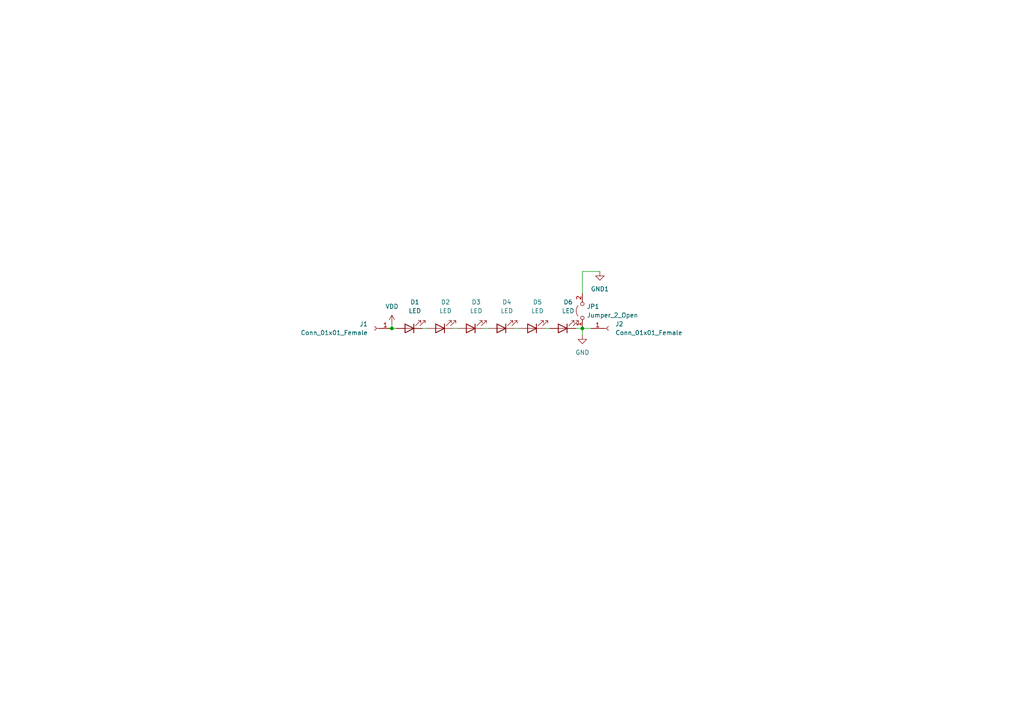
<source format=kicad_sch>
(kicad_sch (version 20211123) (generator eeschema)
  (paper "A4")
  (lib_symbols
    (symbol "Connector:Conn_01x01_Female" (pin_names (offset 1.016) hide)
      (property "Reference" "J" (at 0 2.54 0))
      (property "Value" "Conn_01x01_Female" (at 0 -2.54 0))
      (symbol "Conn_01x01_Female_1_1"
        (polyline (pts (xy -1.27 0) (xy -0.508 0)) (stroke (width 0.1524)))
        (arc (start 0 0.508) (mid -0.508 0) (end 0 -0.508) (stroke (width 0.1524)))
        (pin passive line (at -5.08 0 0) (length 3.81) (name "Pin_1") (number "1"))
      )
    )
    (symbol "Device:LED" (pin_numbers hide) (pin_names (offset 1.016) hide)
      (property "Reference" "D" (at 0 2.54 0))
      (property "Value" "LED" (at 0 -2.54 0))
      (symbol "LED_0_1"
        (polyline (pts (xy -1.27 -1.27) (xy -1.27 1.27)) (stroke (width 0.254)))
        (polyline (pts (xy -1.27 0) (xy 1.27 0)))
        (polyline (pts (xy 1.27 -1.27) (xy 1.27 1.27) (xy -1.27 0) (xy 1.27 -1.27)) (stroke (width 0.254)))
        (polyline (pts (xy -3.048 -0.762) (xy -4.572 -2.286) (xy -3.81 -2.286) (xy -4.572 -2.286) (xy -4.572 -1.524)))
        (polyline (pts (xy -1.778 -0.762) (xy -3.302 -2.286) (xy -2.54 -2.286) (xy -3.302 -2.286) (xy -3.302 -1.524)))
      )
      (symbol "LED_1_1"
        (pin passive line (at -3.81 0 0) (length 2.54) (name "K") (number "1"))
        (pin passive line (at 3.81 0 180) (length 2.54) (name "A") (number "2"))
      )
    )
    (symbol "Jumper:Jumper_2_Open" (pin_names (offset 0) hide)
      (property "Reference" "JP" (at 0 2.794 0))
      (property "Value" "Jumper_2_Open" (at 0 -2.286 0))
      (symbol "Jumper_2_Open_0_0"
        (circle (center -2.032 0) (radius 0.508))
        (circle (center 2.032 0) (radius 0.508))
      )
      (symbol "Jumper_2_Open_0_1"
        (arc (start 1.524 1.27) (mid 0 1.778) (end -1.524 1.27))
      )
      (symbol "Jumper_2_Open_1_1"
        (pin passive line (at -5.08 0 0) (length 2.54) (name "A") (number "1"))
        (pin passive line (at 5.08 0 180) (length 2.54) (name "B") (number "2"))
      )
    )
    (symbol "power:GND" (power) (pin_names (offset 0))
      (property "Value" "GND" (at 0 -3.81 0))
      (symbol "GND_0_1"
        (polyline (pts (xy 0 0) (xy 0 -1.27) (xy 1.27 -1.27) (xy 0 -2.54) (xy -1.27 -1.27) (xy 0 -1.27)))
      )
      (symbol "GND_1_1"
        (pin power_in line (at 0 0 270) (length 0) hide (name "GND") (number "1"))
      )
    )
    (symbol "power:GND1" (power) (pin_names (offset 0))
      (property "Value" "GND1" (at 0 -3.81 0))
      (symbol "GND1_0_1"
        (polyline (pts (xy 0 0) (xy 0 -1.27) (xy 1.27 -1.27) (xy 0 -2.54) (xy -1.27 -1.27) (xy 0 -1.27)))
      )
      (symbol "GND1_1_1"
        (pin power_in line (at 0 0 270) (length 0) hide (name "GND1") (number "1"))
      )
    )
    (symbol "power:VDD" (power) (pin_names (offset 0))
      (property "Value" "VDD" (at 0 3.81 0))
      (symbol "VDD_0_1"
        (polyline (pts (xy -0.762 1.27) (xy 0 2.54)))
        (polyline (pts (xy 0 0) (xy 0 2.54)))
        (polyline (pts (xy 0 2.54) (xy 0.762 1.27)))
      )
      (symbol "VDD_1_1"
        (pin power_in line (at 0 0 90) (length 0) hide (name "VDD") (number "1"))
      )
    )
  )
  (junction (at 168.91 95.25))
  (junction (at 113.665 95.25))
  (wire (pts (xy 168.91 95.25) (xy 171.45 95.25)))
  (wire (pts (xy 140.335 95.25) (xy 141.605 95.25)))
  (wire (pts (xy 158.115 95.25) (xy 159.385 95.25)))
  (wire (pts (xy 122.555 95.25) (xy 123.825 95.25)))
  (wire (pts (xy 168.91 78.74) (xy 168.91 85.09)))
  (wire (pts (xy 113.665 93.98) (xy 113.665 95.25)))
  (wire (pts (xy 167.005 95.25) (xy 168.91 95.25)))
  (wire (pts (xy 149.225 95.25) (xy 150.495 95.25)))
  (wire (pts (xy 168.91 95.25) (xy 168.91 97.155)))
  (wire (pts (xy 173.99 78.74) (xy 168.91 78.74)))
  (wire (pts (xy 131.445 95.25) (xy 132.715 95.25)))
  (wire (pts (xy 113.665 95.25) (xy 114.935 95.25)))
  (symbol (lib_id "Connector:Conn_01x01_Female") (at 108.585 95.25 0) (mirror y) (unit 1)
    (property "Reference" "J1" (at 106.68 93.9799 0) (effects (justify left)))
    (property "Value" "Conn_01x01_Female" (at 106.68 96.5199 0) (effects (justify left)))
    (property "Footprint" "Connecter(Library):BJB46111" (effects hide))
  )
  (symbol (lib_id "Device:LED") (at 118.745 95.25 180) (unit 1)
    (property "Reference" "D1" (at 120.3325 87.63 0))
    (property "Value" "LED" (at 120.3325 90.17 0))
    (property "Footprint" "LED_SMD2:LED_1W_3W_R8" (effects hide))
  )
  (symbol (lib_id "Device:LED") (at 127.635 95.25 180) (unit 1)
    (property "Reference" "D2" (at 129.2225 87.63 0))
    (property "Value" "LED" (at 129.2225 90.17 0))
    (property "Footprint" "LED_SMD2:LED_1W_3W_R8" (effects hide))
  )
  (symbol (lib_id "Device:LED") (at 145.415 95.25 180) (unit 1)
    (property "Reference" "D4" (at 147.0025 87.63 0))
    (property "Value" "LED" (at 147.0025 90.17 0))
    (property "Footprint" "LED_SMD2:LED_1W_3W_R8" (effects hide))
  )
  (symbol (lib_id "power:GND1") (at 173.99 78.74 0) (unit 1)
    (property "Reference" "#PWR0103" (effects hide))
    (property "Value" "GND1" (at 173.99 83.82 0))
  )
  (symbol (lib_id "Device:LED") (at 154.305 95.25 180) (unit 1)
    (property "Reference" "D5" (at 155.8925 87.63 0))
    (property "Value" "LED" (at 155.8925 90.17 0))
    (property "Footprint" "LED_SMD2:LED_1W_3W_R8" (effects hide))
  )
  (symbol (lib_id "Connector:Conn_01x01_Female") (at 176.53 95.25 0) (unit 1)
    (property "Reference" "J2" (at 178.435 93.9799 0) (effects (justify left)))
    (property "Value" "Conn_01x01_Female" (at 178.435 96.5199 0) (effects (justify left)))
    (property "Footprint" "Connecter(Library):BJB46111" (effects hide))
  )
  (symbol (lib_id "Device:LED") (at 136.525 95.25 180) (unit 1)
    (property "Reference" "D3" (at 138.1125 87.63 0))
    (property "Value" "LED" (at 138.1125 90.17 0))
    (property "Footprint" "LED_SMD2:LED_1W_3W_R8" (effects hide))
  )
  (symbol (lib_id "Jumper:Jumper_2_Open") (at 168.91 90.17 90) (unit 1)
    (property "Reference" "JP1" (at 170.18 88.8999 90) (effects (justify right)))
    (property "Value" "Jumper_2_Open" (at 170.18 91.4399 90) (effects (justify right)))
    (property "Footprint" "Jumper:SolderJumper-2_P1.3mm_Open_TrianglePad1.0x1.5mm" (effects hide))
  )
  (symbol (lib_id "power:VDD") (at 113.665 93.98 0) (unit 1)
    (property "Reference" "#PWR0102" (effects hide))
    (property "Value" "VDD" (at 113.665 88.9 0))
  )
  (symbol (lib_id "Device:LED") (at 163.195 95.25 180) (unit 1)
    (property "Reference" "D6" (at 164.7825 87.63 0))
    (property "Value" "LED" (at 164.7825 90.17 0))
    (property "Footprint" "LED_SMD2:LED_1W_3W_R8" (effects hide))
  )
  (symbol (lib_id "power:GND") (at 168.91 97.155 0) (unit 1)
    (property "Reference" "#PWR0101" (effects hide))
    (property "Value" "GND" (at 168.91 102.235 0))
  )
)
</source>
